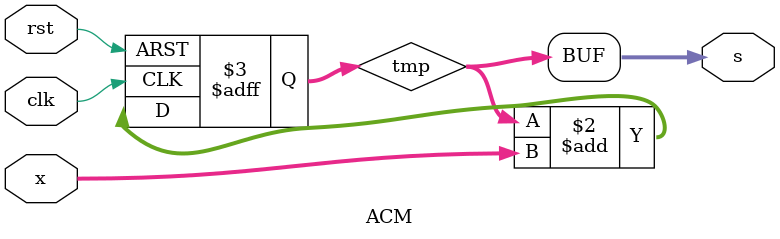
<source format=v>
`timescale 1ns / 1ps


module ACM(
    input [7:0]x,
    input clk,rst,
    output [7:0]s
    );
    reg [7:0]tmp;
    always @ (posedge clk or posedge rst)
    begin
        if (rst)
        begin
            tmp=0;
        end
        else 
        begin   
            tmp=tmp+x;
        end
    end
    assign s=tmp;
endmodule

</source>
